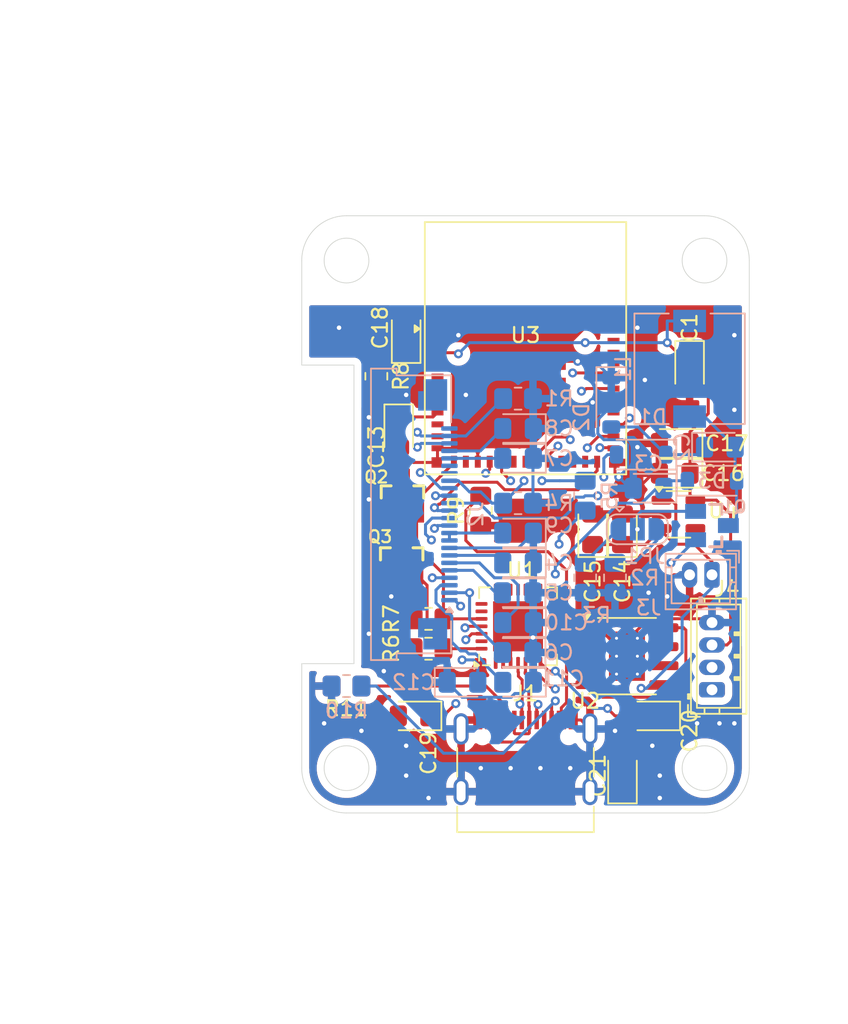
<source format=kicad_pcb>
(kicad_pcb (version 20241229) (generator "pcbnew") (generator_version "9.0")
  (layers (0 "F.Cu" signal) (4 "In1.Cu" signal) (6 "In2.Cu" signal) (8 "In3.Cu" signal) (10 "In4.Cu" signal) (2 "B.Cu" signal) (13 "F.Paste" user) (15 "B.Paste" user) (5 "F.SilkS" user "F.Silkscreen") (7 "B.SilkS" user "B.Silkscreen") (1 "F.Mask" user) (3 "B.Mask" user) (25 "Edge.Cuts" user))
  (net 0 "")
  (net 1 "GND")
  (net 2 "Net-(U1-RXD)")
  (net 3 "Net-(U1-TXD)")
  (net 4 "Net-(J2-Pin_7)")
  (net 6 "Net-(U1-VDD)")
  (net 8 "Net-(U1-VREGIN)")
  (net 10 "+3.3V")
  (net 11 "Net-(D3-A)")
  (net 12 "Net-(D1-K)")
  (net 13 "PREVGH")
  (net 14 "Net-(J2-Pin_21)")
  (net 15 "Net-(J2-Pin_20)")
  (net 16 "PREVGL")
  (net 17 "Net-(J2-Pin_5)")
  (net 18 "Net-(J2-Pin_10)")
  (net 19 "Net-(J2-Pin_6)")
  (net 20 "Net-(J2-Pin_3)")
  (net 21 "Net-(J2-Pin_1)")
  (net 23 "Net-(U3-EN)")
  (net 24 "Net-(J3-Pin_1)")
  (net 25 "VBUS")
  (net 26 "Net-(J1-CC2)")
  (net 27 "Net-(J1-CC1)")
  (net 28 "DC")
  (net 29 "RESET")
  (net 31 "RESE")
  (net 32 "GDR")
  (net 33 "SCK")
  (net 35 "MOSI")
  (net 36 "BUSY")
  (net 37 "CS")
  (net 38 "Net-(J2-Pin_17)")
  (net 39 "SCL")
  (net 40 "SDA")
  (net 41 "Net-(JP1-A)")
  (net 42 "Net-(JP1-B)")
  (net 43 "Net-(U1-~{RTS})")
  (net 44 "Net-(Q2-Pad1)")
  (net 45 "Net-(U1-~{DTR})")
  (net 46 "Net-(Q3-Pad1)")
  (net 47 "Net-(U3-IO0)")
  (net 48 "Net-(U2-PROG)")
  (net 85 "D+")
  (net 86 "D-")
  (footprint "SI2312:SOT23" (layer "F.Cu") (at 156.75 68.75)
    (property "Reference" "Q2")
    (property "Value" "SI2312")
  )
  (footprint "Resistor_SMD:R_0805_2012Metric_Pad1.20x1.40mm_HandSolder" (layer "F.Cu") (at 162 69.75 90)
    (property "Reference" "R9")
    (property "Value" "10k")
  )
  (footprint "Connector_USB:USB_C_Receptacle_G-Switch_GT-USB-7010ASV_model" (layer "F.Cu") (at 165 87.5)
    (property "Reference" "J1")
    (property "Value" "USB_C_Receptacle_USB2.0_14P")
  )
  (footprint "Diode_SMD:D_0805_2012Metric_Pad1.15x1.40mm_HandSolder" (layer "F.Cu") (at 173.5 83.5 180)
    (property "Reference" "C20")
    (property "Value" "1uF")
  )
  (footprint "Diode_SMD:D_0805_2012Metric_Pad1.15x1.40mm_HandSolder" (layer "F.Cu") (at 175 65.25 180)
    (property "Reference" "C17")
    (property "Value" "100nF")
  )
  (footprint "Resistor_SMD:R_0805_2012Metric_Pad1.20x1.40mm_HandSolder" (layer "F.Cu") (at 158.5 77 180)
    (property "Reference" "R7")
    (property "Value" "10k")
  )
  (footprint "Diode_SMD:D_0805_2012Metric_Pad1.15x1.40mm_HandSolder" (layer "F.Cu") (at 157 58 90)
    (property "Reference" "C18")
    (property "Value" "100nF")
  )
  (footprint "SI2312:SOT23" (layer "F.Cu") (at 156.7 72.9)
    (property "Reference" "Q3")
    (property "Value" "SI2312")
  )
  (footprint "Connector_JST:JST_ZH_B4B-ZR_1x04_P1.50mm_Vertical" (layer "F.Cu") (at 177.5 81.75 90)
    (property "Reference" "J4")
    (property "Value" "Conn_01x04_Pin")
  )
  (footprint "Diode_SMD:D_0805_2012Metric_Pad1.15x1.40mm_HandSolder" (layer "F.Cu") (at 171.5 71 90)
    (property "Reference" "C14")
    (property "Value" "100nF")
  )
  (footprint "Package_TO_SOT_SMD:SOT-23-5" (layer "F.Cu") (at 175.25 70)
    (property "Reference" "U4")
    (property "Value" "XC6210B332MR")
  )
  (footprint "Diode_SMD:D_0805_2012Metric_Pad1.15x1.40mm_HandSolder" (layer "F.Cu") (at 156.5 64.5 -90)
    (property "Reference" "C13")
    (property "Value" "100nF")
  )
  (footprint "Package_DFN_QFN:QFN-28-1EP_5x5mm_P0.5mm_EP3.35x3.35mm" (layer "F.Cu") (at 164.5 77.5 90)
    (property "Reference" "U1")
    (property "Value" "CP2102N-Axx-xQFN28")
  )
  (footprint "Diode_SMD:D_0805_2012Metric_Pad1.15x1.40mm_HandSolder" (layer "F.Cu") (at 157.5 83.5 180)
    (property "Reference" "C19")
    (property "Value" "1uF")
  )
  (footprint "Resistor_SMD:R_0805_2012Metric_Pad1.20x1.40mm_HandSolder" (layer "F.Cu") (at 158.5 79 180)
    (property "Reference" "R6")
    (property "Value" "10k")
  )
  (footprint "Diode_SMD:D_0805_2012Metric_Pad1.15x1.40mm_HandSolder" (layer "F.Cu") (at 175 67.25 180)
    (property "Reference" "C16")
    (property "Value" "100nF")
  )
  (footprint "Package_SO:SOIC-8-1EP_3.9x4.9mm_P1.27mm_EP2.41x3.3mm_ThermalVias_model" (layer "F.Cu") (at 171.8 79.5)
    (property "Reference" "U2")
    (property "Value" "TP4056-42-ESOP8")
  )
  (footprint "RF_Module:ESP32-C6-MINI-1" (layer "F.Cu") (at 165 61.575)
    (property "Reference" "U3")
    (property "Value" "ESP32-C6-MINI-1")
  )
  (footprint "Resistor_SMD:R_0805_2012Metric_Pad1.20x1.40mm_HandSolder" (layer "F.Cu") (at 153 81.5)
    (property "Reference" "R11")
    (property "Value" "10k")
  )
  (footprint "Diode_SMD:D_0805_2012Metric_Pad1.15x1.40mm_HandSolder" (layer "F.Cu") (at 169.5 71 90)
    (property "Reference" "C15")
    (property "Value" "100nF")
  )
  (footprint "Diode_SMD:D_0805_2012Metric_Pad1.15x1.40mm_HandSolder" (layer "F.Cu") (at 176 60.25 -90)
    (property "Reference" "C1")
    (property "Value" "4,7uF")
  )
  (footprint "Diode_SMD:D_0805_2012Metric_Pad1.15x1.40mm_HandSolder" (layer "F.Cu") (at 171.5 87.5 90)
    (property "Reference" "C21")
    (property "Value" "1uF")
  )
  (footprint "Resistor_SMD:R_0805_2012Metric_Pad1.20x1.40mm_HandSolder" (layer "F.Cu") (at 155 60.75 -90)
    (property "Reference" "R8")
    (property "Value" "10k")
  )
  (footprint "Diode_SMD:D_SOD-123" (layer "B.Cu") (at 170.75 62.5 -90)
    (property "Reference" "D2")
    (property "Value" "D")
  )
  (footprint "Diode_SMD:D_SOD-123" (layer "B.Cu") (at 172.75 66 180)
    (property "Reference" "D1")
    (property "Value" "D")
  )
  (footprint "Diode_SMD:D_0805_2012Metric_Pad1.15x1.40mm_HandSolder" (layer "B.Cu") (at 164.5 81.25 180)
    (property "Reference" "C11")
    (property "Value" "4,7uF")
  )
  (footprint "Resistor_SMD:R_0805_2012Metric_Pad1.20x1.40mm_HandSolder" (layer "B.Cu") (at 171 74.25 90)
    (property "Reference" "R2")
    (property "Value" "3R")
  )
  (footprint "Diode_SMD:D_0805_2012Metric_Pad1.15x1.40mm_HandSolder" (layer "B.Cu") (at 164.5 66.25 180)
    (property "Reference" "C7")
    (property "Value" "4,7uF")
  )
  (footprint "Diode_SMD:D_0805_2012Metric_Pad1.15x1.40mm_HandSolder" (layer "B.Cu") (at 164.5 64.25 180)
    (property "Reference" "C8")
    (property "Value" "4,7uF")
  )
  (footprint "Connector_JST:JST_ZH_B2B-ZR_1x02_P1.50mm_Vertical" (layer "B.Cu") (at 177.5 74.05 180)
    (property "Reference" "J3")
    (property "Value" "Conn_01x02_Socket")
  )
  (footprint "Diode_SMD:D_0805_2012Metric_Pad1.15x1.40mm_HandSolder" (layer "B.Cu") (at 164.5 77.25 180)
    (property "Reference" "C10")
    (property "Value" "1uF")
  )
  (footprint "Diode_SMD:D_0805_2012Metric_Pad1.15x1.40mm_HandSolder" (layer "B.Cu") (at 173.25 68.25 180)
    (property "Reference" "C3")
    (property "Value" "4,7uF")
  )
  (footprint "Diode_SMD:D_SOD-123" (layer "B.Cu") (at 177.5 67.75)
    (property "Reference" "D3")
    (property "Value" "D")
  )
  (footprint "Resistor_SMD:R_0805_2012Metric_Pad1.20x1.40mm_HandSolder" (layer "B.Cu") (at 169 74.25 90)
    (property "Reference" "R3")
    (property "Value" "0,47R")
  )
  (footprint "Resistor_SMD:R_0805_2012Metric_Pad1.20x1.40mm_HandSolder" (layer "B.Cu") (at 164.5 62.25 180)
    (property "Reference" "R1")
    (property "Value" "10k")
  )
  (footprint "Diode_SMD:D_0805_2012Metric_Pad1.15x1.40mm_HandSolder" (layer "B.Cu") (at 164.5 73.25 180)
    (property "Reference" "C4")
    (property "Value" "1uF")
  )
  (footprint "Resistor_SMD:R_0805_2012Metric_Pad1.20x1.40mm_HandSolder" (layer "B.Cu") (at 164.5 69.25 180)
    (property "Reference" "R4")
    (property "Value" "3R")
  )
  (footprint "SI2312:SOT23" (layer "B.Cu") (at 177.5 70.75 90)
    (property "Reference" "Q1")
    (property "Value" "SI2312")
  )
  (footprint "Diode_SMD:D_0805_2012Metric_Pad1.15x1.40mm_HandSolder" (layer "B.Cu") (at 164.475 75.25 180)
    (property "Reference" "C5")
    (property "Value" "4,7uF")
  )
  (footprint "Jumper:SolderJumper-3_P1.3mm_Open_RoundedPad1.0x1.5mm" (layer "B.Cu") (at 172.5 71)
    (property "Reference" "JP1")
    (property "Value" "SolderJumper_3_Open")
  )
  (footprint "Resistor_SMD:R_0805_2012Metric_Pad1.20x1.40mm_HandSolder" (layer "B.Cu") (at 153 81.5)
    (property "Reference" "R10")
    (property "Value" "10k")
  )
  (footprint "Connector_FFC-FPC:Amphenol_F32R-1A7x1-11024_1x24-1MP_P0.5mm_Horizontal" (layer "B.Cu") (at 157 70 90)
    (property "Reference" "J2")
    (property "Value" "Conn_01x24_Socket")
  )
  (footprint "Diode_SMD:D_0805_2012Metric_Pad1.15x1.40mm_HandSolder" (layer "B.Cu") (at 164.475 79.25 180)
    (property "Reference" "C6")
    (property "Value" "4,7uF")
  )
  (footprint "Resistor_SMD:R_0805_2012Metric_Pad1.20x1.40mm_HandSolder" (layer "B.Cu") (at 169 68.75 90)
    (property "Reference" "R5")
    (property "Value" "10K")
  )
  (footprint "Diode_SMD:D_0805_2012Metric_Pad1.15x1.40mm_HandSolder" (layer "B.Cu") (at 164.5 71.25 180)
    (property "Reference" "C9")
    (property "Value" "1uF")
  )
  (footprint "Diode_SMD:D_0805_2012Metric_Pad1.15x1.40mm_HandSolder" (layer "B.Cu") (at 178.025 65.5)
    (property "Reference" "C2")
    (property "Value" "4,7uF")
  )
  (footprint "Diode_SMD:D_0805_2012Metric_Pad1.15x1.40mm_HandSolder" (layer "B.Cu") (at 160.775 81.25)
    (property "Reference" "C12")
    (property "Value" "1uF")
  )
  (footprint "Inductor_SMD:L_7.3x7.3_H4.5" (layer "B.Cu") (at 176 60.25 -90)
    (property "Reference" "L1")
    (property "Value" "10uH1A")
  )
  (gr_circle (center 153 53) (end 154.5 53) (stroke (width 0.05)) (fill no) (layer "Edge.Cuts"))
  (gr_arc (start 177 50) (mid 179.12132 50.87868) (end 180 53) (stroke (width 0.05)) (layer "Edge.Cuts"))
  (gr_arc (start 153 90) (mid 150.87868 89.12132) (end 150 87) (stroke (width 0.05)) (layer "Edge.Cuts"))
  (gr_arc (start 180 87) (mid 179.12132 89.12132) (end 177 90) (stroke (width 0.05)) (layer "Edge.Cuts"))
  (gr_line (start 153.5 80) (end 150 80) (stroke (width 0.05)) (layer "Edge.Cuts"))
  (gr_circle (center 177 53) (end 178.5 53) (stroke (width 0.05)) (fill no) (layer "Edge.Cuts"))
  (gr_arc (start 150 53) (mid 150.87868 50.87868) (end 153 50) (stroke (width 0.05)) (layer "Edge.Cuts"))
  (gr_line (start 150 80) (end 150 87) (stroke (width 0.05)) (layer "Edge.Cuts"))
  (gr_line (start 180 87) (end 180 53) (stroke (width 0.05)) (layer "Edge.Cuts"))
  (gr_line (start 153.5 60) (end 153.5 80) (stroke (width 0.05)) (layer "Edge.Cuts"))
  (gr_line (start 153 90) (end 177 90) (stroke (width 0.05)) (layer "Edge.Cuts"))
  (gr_circle (center 153 87) (end 154.5 87) (stroke (width 0.05)) (fill no) (layer "Edge.Cuts"))
  (gr_circle (center 177 87) (end 178.5 87) (stroke (width 0.05)) (fill no) (layer "Edge.Cuts"))
  (gr_line (start 150 53) (end 150 60) (stroke (width 0.05)) (layer "Edge.Cuts"))
  (gr_line (start 150 60) (end 153.5 60) (stroke (width 0.05)) (layer "Edge.Cuts"))
  (gr_line (start 177 50) (end 153 50) (stroke (width 0.05)) (layer "Edge.Cuts"))
  (segment (start 169.5 69.975) (end 171.5 69.975) (width 0.2) (layer "F.Cu") (net 1))
  (segment (start 159.05 58.325) (end 159.1 58.375) (width 0.2) (layer "F.Cu") (net 1))
  (segment (start 177.5 77.25) (end 177.244 76.994) (width 0.2) (layer "F.Cu") (net 1))
  (segment (start 169.325 77.595) (end 169.895 77.595) (width 0.2) (layer "F.Cu") (net 1))
  (segment (start 159.1 65.575) (end 159.1 66.475) (width 0.2) (layer "F.Cu") (net 1))
  (segment (start 162.525 58.375) (end 163.75 59.6) (width 0.2) (layer "F.Cu") (net 1))
  (segment (start 171 66.575) (end 170.95 66.525) (width 0.2) (layer "F.Cu") (net 1))
  (segment (start 173.551252 67.25) (end 172.275626 68.525626) (width 0.2) (layer "F.Cu") (net 1))
  (segment (start 159.05 56.625) (end 159.05 58.325) (width 0.2) (layer "F.Cu") (net 1))
  (segment (start 163.025 61.575) (end 166.975 61.575) (width 0.2) (layer "F.Cu") (net 1))
  (segment (start 171 67.25) (end 171 66.575) (width 0.2) (layer "F.Cu") (net 1))
  (segment (start 172.275626 68.525626) (end 171.25 67.5) (width 0.2) (layer "F.Cu") (net 1))
  (segment (start 161.725 65.575) (end 161.8 65.5) (width 0.2) (layer "F.Cu") (net 1))
  (segment (start 164 79.95) (end 164 78) (width 0.2) (layer "F.Cu") (net 1))
  (segment (start 173.75 75.25) (end 173.25 75.25) (width 0.2) (layer "F.Cu") (net 1))
  (segment (start 157.5 66.525) (end 156.5 65.525) (width 0.2) (layer "F.Cu") (net 1))
  (segment (start 174.95 74.05) (end 173.75 75.25) (width 0.2) (layer "F.Cu") (net 1))
  (segment (start 166.975 59.6) (end 166.975 59.5) (width 0.2) (layer "F.Cu") (net 1))
  (segment (start 161.8 64.775) (end 161.8 65.5) (width 0.2) (layer "F.Cu") (net 1))
  (segment (start 173.75 59.025) (end 173.75 57.75) (width 0.2) (layer "F.Cu") (net 1))
  (segment (start 174.525 83.5) (end 174.525 85.5) (width 0.2) (layer "F.Cu") (net 1))
  (segment (start 172.275626 68.525626) (end 171.5 69.301252) (width 0.2) (layer "F.Cu") (net 1))
  (segment (start 158.7 56.975) (end 159.05 56.625) (width 0.2) (layer "F.Cu") (net 1))
  (segment (start 163.025 59.6) (end 163.025 63.55) (width 0.2) (layer "F.Cu") (net 1))
  (segment (start 176 74.05) (end 174.95 74.05) (width 0.2) (layer "F.Cu") (net 1))
  (segment (start 161.28 83.775) (end 160.68 84.375) (width 0.2) (layer "F.Cu") (net 1))
  (segment (start 173.75 57.75) (end 172.625 56.625) (width 0.2) (layer "F.Cu") (net 1))
  (segment (start 171.165 80.135) (end 171.8 79.5) (width 0.2) (layer "F.Cu") (net 1))
  (segment (start 171.5 69.301252) (end 171.5 69.975) (width 0.2) (layer "F.Cu") (net 1))
  (segment (start 173.975 67.25) (end 173.975 65.25) (width 0.2) (layer "F.Cu") (net 1))
  (segment (start 157.25 56.975) (end 158.7 56.975) (width 0.2) (layer "F.Cu") (net 1))
  (segment (start 164.025 69.975) (end 169.5 69.975) (width 0.2) (layer "F.Cu") (net 1))
  (segment (start 171.8 78.45) (end 171.8 79.5) (width 0.2) (layer "F.Cu") (net 1))
  (segment (start 174.525 85.5) (end 171.5 88.525) (width 0.2) (layer "F.Cu") (net 1))
  (segment (start 163.025 63.55) (end 166.975 63.55) (width 0.2) (layer "F.Cu") (net 1))
  (segment (start 173.256 76.994) (end 171.8 78.45) (width 0.2) (layer "F.Cu") (net 1))
  (segment (start 172.625 56.625) (end 170.95 56.625) (width 0.2) (layer "F.Cu") (net 1))
  (segment (start 162 70.75) (end 163.25 70.75) (width 0.2) (layer "F.Cu") (net 1))
  (segment (start 166.975 59.5) (end 169.8 56.675) (width 0.2) (layer "F.Cu") (net 1))
  (segment (start 159.1 66.475) (end 159.05 66.525) (width 0.2) (layer "F.Cu") (net 1))
  (segment (start 163.25 70.75) (end 164.025 69.975) (width 0.2) (layer "F.Cu") (net 1))
  (segment (start 169.895 77.595) (end 171.8 79.5) (width 0.2) (layer "F.Cu") (net 1))
  (segment (start 176 61.275) (end 173.75 59.025) (width 0.2) (layer "F.Cu") (net 1))
  (segment (start 168.72 83.775) (end 169.32 84.375) (width 0.2) (layer "F.Cu") (net 1))
  (segment (start 164 78) (end 164.5 77.5) (width 0.2) (layer "F.Cu") (net 1))
  (segment (start 163.75 59.6) (end 163.025 59.6) (width 0.2) (layer "F.Cu") (net 1))
  (segment (start 159.1 65.575) (end 161.725 65.575) (width 0.2) (layer "F.Cu") (net 1))
  (segment (start 165 59.6) (end 165 63.55) (width 0.2) (layer "F.Cu") (net 1))
  (segment (start 161.8 65.5) (end 161.8 66.475) (width 0.2) (layer "F.Cu") (net 1))
  (segment (start 166.975 59.6) (end 163.75 59.6) (width 0.2) (layer "F.Cu") (net 1))
  (segment (start 167.125 59.75) (end 166.975 59.6) (width 0.2) (layer "F.Cu") (net 1))
  (segment (start 168.5 59.75) (end 167.125 59.75) (width 0.2) (layer "F.Cu") (net 1))
  (segment (start 169.325 80.135) (end 171.165 80.135) (width 0.2) (layer "F.Cu") (net 1))
  (segment (start 166.975 63.55) (end 166.975 59.6) (width 0.2) (layer "F.Cu") (net 1))
  (segment (start 170.95 56.625) (end 159.05 56.625) (width 0.2) (layer "F.Cu") (net 1))
  (segment (start 177.244 76.994) (end 173.256 76.994) (width 0.2) (layer "F.Cu") (net 1))
  (segment (start 173.975 67.25) (end 173.551252 67.25) (width 0.2) (layer "F.Cu") (net 1))
  (segment (start 163.025 63.55) (end 161.8 64.775) (width 0.2) (layer "F.Cu") (net 1))
  (segment (start 171.25 67.5) (end 171 67.25) (width 0.2) (layer "F.Cu") (net 1))
  (segment (start 161.8 83.775) (end 161.28 83.775) (width 0.2) (layer "F.Cu") (net 1))
  (segment (start 159.05 66.525) (end 157.5 66.525) (width 0.2) (layer "F.Cu") (net 1))
  (segment (start 171.5 69.975) (end 174.0875 69.975) (width 0.2) (layer "F.Cu") (net 1))
  (segment (start 168.2 83.775) (end 168.72 83.775) (width 0.2) (layer "F.Cu") (net 1))
  (segment (start 165 56.675) (end 165 59.6) (width 0.2) (layer "F.Cu") (net 1))
  (segment (start 159.1 58.375) (end 162.525 58.375) (width 0.2) (layer "F.Cu") (net 1))
  (segment (start 174.0875 69.975) (end 174.1125 70) (width 0.2) (layer "F.Cu") (net 1))
  (via (at 154.5 69) (size 0.6) (drill 0.3) (layers "F.Cu" "B.Cu") (net 1))
  (via (at 172.5 57.5) (size 0.6) (drill 0.3) (layers "F.Cu" "B.Cu") (net 1))
  (via (at 174 87.5) (size 0.6) (drill 0.3) (layers "F.Cu" "B.Cu") (net 1))
  (via (at 173.25 75.25) (size 0.6) (drill 0.3) (layers "F.Cu" "B.Cu") (net 1))
  (via (at 171.25 67.5) (size 0.6) (drill 0.3) (layers "F.Cu" "B.Cu") (net 1))
  (via (at 154 84.5) (size 0.6) (drill 0.3) (layers "F.Cu" "B.Cu") (net 1))
  (via (at 157 62) (size 0.6) (drill 0.3) (layers "F.Cu" "B.Cu") (net 1))
  (via (at 179 63) (size 0.6) (drill 0.3) (layers "F.Cu" "B.Cu") (net 1))
  (via (at 154.5 78) (size 0.6) (drill 0.3) (layers "F.Cu" "B.Cu") (net 1))
  (via (at 161 62) (size 0.6) (drill 0.3) (layers "F.Cu" "B.Cu") (net 1))
  (via (at 176.5 84) (size 0.6) (drill 0.3) (layers "F.Cu" "B.Cu") (net 1))
  (via (at 162 87) (size 0.6) (drill 0.3) (layers "F.Cu" "B.Cu") (net 1))
  (via (at 164 87) (size 0.6) (drill 0.3) (layers "F.Cu" "B.Cu") (net 1))
  (via (at 172.5 65.5) (size 0.6) (drill 0.3) (layers "F.Cu" "B.Cu") (net 1))
  (via (at 179 58) (size 0.6) (drill 0.3) (layers "F.Cu" "B.Cu") (net 1))
  (via (at 158.5 89) (size 0.6) (drill 0.3) (layers "F.Cu" "B.Cu") (net 1))
  (via (at 166 87) (size 0.6) (drill 0.3) (layers "F.Cu" "B.Cu") (net 1))
  (via (at 157 85.5) (size 0.6) (drill 0.3) (layers "F.Cu" "B.Cu") (net 1))
  (via (at 168.5 59.75) (size 0.6) (drill 0.3) (layers "F.Cu" "B.Cu") (net 1))
  (via (at 155.5 80.5) (size 0.6) (drill 0.3) (layers "F.Cu" "B.Cu") (net 1))
  (via (at 160.5 58) (size 0.6) (drill 0.3) (layers "F.Cu" "B.Cu") (net 1))
  (via (at 165.5 78.25) (size 0.6) (drill 0.3) (layers "F.Cu" "B.Cu") (net 1))
  (via (at 156 75.5) (size 0.6) (drill 0.3) (layers "F.Cu" "B.Cu") (net 1))
  (via (at 168 87) (size 0.6) (drill 0.3) (layers "F.Cu" "B.Cu") (net 1))
  (via (at 151.5 84) (size 0.6) (drill 0.3) (layers "F.Cu" "B.Cu") (net 1))
  (via (at 154.5 63.5) (size 0.6) (drill 0.3) (layers "F.Cu" "B.Cu") (net 1))
  (via (at 179 84) (size 0.6) (drill 0.3) (layers "F.Cu" "B.Cu") (net 1))
  (via (at 169.5 62.5) (size 0.6) (drill 0.3) (layers "F.Cu" "B.Cu") (net 1))
  (via (at 152.5 57.5) (size 0.6) (drill 0.3) (layers "F.Cu" "B.Cu") (net 1))
  (via (at 178 84) (size 0.6) (drill 0.3) (layers "F.Cu" "B.Cu") (net 1))
  (via (at 174.5 75.5) (size 0.6) (drill 0.3) (layers "F.Cu" "B.Cu") (net 1))
  (via (at 174 89) (size 0.6) (drill 0.3) (layers "F.Cu" "B.Cu") (net 1))
  (via (at 171 84.5) (size 0.6) (drill 0.3) (layers "F.Cu" "B.Cu") (net 1))
  (via (at 173 61) (size 0.6) (drill 0.3) (layers "F.Cu" "B.Cu") (net 1))
  (via (at 157 87.5) (size 0.6) (drill 0.3) (layers "F.Cu" "B.Cu") (net 1))
  (via (at 173.5 85.5) (size 0.6) (drill 0.3) (layers "F.Cu" "B.Cu") (net 1))
  (segment (start 170.75 60.85) (end 170.75 62.75) (width 0.2) (layer "B.Cu") (net 1))
  (segment (start 165.5 66.275) (end 165.525 66.25) (width 0.2) (layer "B.Cu") (net 1))
  (segment (start 164.525 72.25) (end 165.525 71.25) (width 0.2) (layer "B.Cu") (net 1))
  (segment (start 165.525 64.25) (end 165.525 62.275) (width 0.2) (layer "B.Cu") (net 1))
  (segment (start 169 75.25) (end 171 75.25) (width 0.2) (layer "B.Cu") (net 1))
  (segment (start 165.5 69.25) (end 165.5 66.275) (width 0.2) (layer "B.Cu") (net 1))
  (segment (start 172 68.25) (end 172.225 68.25) (width 0.2) (layer "B.Cu") (net 1))
  (segment (start 165.525 71.25) (end 165.525 73.25) (width 0.2) (layer "B.Cu") (net 1))
  (segment (start 165.5 79.25) (end 165.5 78.25) (width 0.2) (layer "B.Cu") (net 1))
  (segment (start 165.525 75.225) (end 165.5 75.25) (width 0.2) (layer "B.Cu") (net 1))
  (segment (start 165.525 62.275) (end 165.5 62.25) (width 0.2) (layer "B.Cu") (net 1))
  (segment (start 171.851 66.899) (end 171.25 67.5) (width 0.2) (layer "B.Cu") (net 1))
  (segment (start 165.5 77.225) (end 165.525 77.25) (width 0.2) (layer "B.Cu") (net 1))
  (segment (start 171 75.25) (end 173.25 75.25) (width 0.2) (layer "B.Cu") (net 1))
  (segment (start 171.5 65) (end 171.851 65.351) (width 0.2) (layer "B.Cu") (net 1))
  (segment (start 170.75 60.85) (end 169.65 59.75) (width 0.2) (layer "B.Cu") (net 1))
  (segment (start 159.9 72.25) (end 164.525 72.25) (width 0.2) (layer "B.Cu") (net 1))
  (segment (start 169.849 63.651) (end 169.849 64.59911) (width 0.2) (layer "B.Cu") (net 1))
  (segment (start 165.5 75.25) (end 165.5 77.225) (width 0.2) (layer "B.Cu") (net 1))
  (segment (start 164.775 82) (end 164.28616 82) (width 0.2) (layer "B.Cu") (net 1))
  (segment (start 165.525 66.25) (end 165.525 64.25) (width 0.2) (layer "B.Cu") (net 1))
  (segment (start 165.5 79.25) (end 165.5 81.225) (width 0.2) (layer "B.Cu") (net 1))
  (segment (start 165.5 78.25) (end 165.5 77.275) (width 0.2) (layer "B.Cu") (net 1))
  (segment (start 171.25 67.5) (end 172 68.25) (width 0.2) (layer "B.Cu") (net 1))
  (segment (start 169.65 59.75) (end 168.5 59.75) (width 0.2) (layer "B.Cu") (net 1))
  (segment (start 170.24989 65) (end 171.5 65) (width 0.2) (layer "B.Cu") (net 1))
  (segment (start 160.751 82.251) (end 159.75 81.25) (width 0.2) (layer "B.Cu") (net 1))
  (segment (start 164.03516 82.251) (end 160.751 82.251) (width 0.2) (layer "B.Cu") (net 1))
  (segment (start 165.525 73.25) (end 165.525 75.225) (width 0.2) (layer "B.Cu") (net 1))
  (segment (start 165.5 77.275) (end 165.525 77.25) (width 0.2) (layer "B.Cu") (net 1))
  (segment (start 165.525 81.25) (end 164.775 82) (width 0.2) (layer "B.Cu") (net 1))
  (segment (start 171.851 65.351) (end 171.851 66.899) (width 0.2) (layer "B.Cu") (net 1))
  (segment (start 165.5 81.225) (end 165.525 81.25) (width 0.2) (layer "B.Cu") (net 1))
  (segment (start 164.28616 82) (end 164.03516 82.251) (width 0.2) (layer "B.Cu") (net 1))
  (segment (start 170.75 62.75) (end 169.849 63.651) (width 0.2) (layer "B.Cu") (net 1))
  (segment (start 169.849 64.59911) (end 170.24989 65) (width 0.2) (layer "B.Cu") (net 1))
  (segment (start 161.04229 77.5) (end 162.05 77.5) (width 0.2) (layer "F.Cu") (net 2))
  (segment (start 160.94229 77.6) (end 161.04229 77.5) (width 0.2) (layer "F.Cu") (net 2))
  (segment (start 170.9 60.775) (end 170.653949 60.528949) (width 0.2) (layer "F.Cu") (net 2))
  (segment (start 170.653949 60.528949) (end 168.156515 60.528949) (width 0.2) (layer "F.Cu") (net 2))
  (via (at 160.94229 77.6) (size 0.6) (drill 0.3) (layers "F.Cu" "B.Cu") (net 2))
  (via (at 168.156515 60.528949) (size 0.6) (drill 0.3) (layers "F.Cu" "B.Cu") (net 2))
  (segment (start 161.4 78) (end 161 78.4) (width 0.2) (layer "F.Cu") (net 3))
  (segment (start 168.9 61.75) (end 169.075 61.575) (width 0.2) (layer "F.Cu") (net 3))
  (segment (start 168.75 61.75) (end 168.9 61.75) (width 0.2) (layer "F.Cu") (net 3))
  (segment (start 169.075 61.575) (end 170.9 61.575) (width 0.2) (layer "F.Cu") (net 3))
  (segment (start 162.05 78) (end 161.4 78) (width 0.2) (layer "F.Cu") (net 3))
  (via (at 161 78.4) (size 0.6) (drill 0.3) (layers "F.Cu" "B.Cu") (net 3))
  (via (at 168.75 61.75) (size 0.6) (drill 0.3) (layers "F.Cu" "B.Cu") (net 3))
  (segment (start 162.975 72.75) (end 159.9 72.75) (width 0.2) (layer "B.Cu") (net 4))
  (segment (start 163.475 73.25) (end 162.975 72.75) (width 0.2) (layer "B.Cu") (net 4))
  (segment (start 165.5 80.365798) (end 165.5 79.95) (width 0.2) (layer "F.Cu") (net 6))
  (segment (start 166.834199 81.699997) (end 165.5 80.365798) (width 0.2) (layer "F.Cu") (net 6))
  (segment (start 167 81.699997) (end 166.834199 81.699997) (width 0.2) (layer "F.Cu") (net 6))
  (segment (start 158.525 83.5) (end 159.5 83.5) (width 0.2) (layer "F.Cu") (net 6))
  (segment (start 159.5 83.5) (end 160.325735 82.674265) (width 0.2) (layer "F.Cu") (net 6))
  (via (at 160.325735 82.674265) (size 0.6) (drill 0.3) (layers "F.Cu" "B.Cu") (net 6))
  (via (at 167 81.699997) (size 0.6) (drill 0.3) (layers "F.Cu" "B.Cu") (net 6))
  (segment (start 166.55 80.5) (end 166 79.95) (width 0.2) (layer "F.Cu") (net 8))
  (segment (start 171 83.5) (end 172.475 83.5) (width 0.2) (layer "F.Cu") (net 8))
  (segment (start 172.475 83.5) (end 172.475 85.5) (width 0.2) (layer "F.Cu") (net 8))
  (segment (start 172.475 85.5) (end 171.5 86.475) (width 0.2) (layer "F.Cu") (net 8))
  (segment (start 167 80.5) (end 166.55 80.5) (width 0.2) (layer "F.Cu") (net 8))
  (segment (start 170.5 83) (end 171 83.5) (width 0.2) (layer "F.Cu") (net 8))
  (via (at 167 80.5) (size 0.6) (drill 0.3) (layers "F.Cu" "B.Cu") (net 8))
  (via (at 170.5 83) (size 0.6) (drill 0.3) (layers "F.Cu" "B.Cu") (net 8))
  (segment (start 170.5 83) (end 169.5 83) (width 0.2) (layer "B.Cu") (net 8))
  (segment (start 169.5 83) (end 167 80.5) (width 0.2) (layer "B.Cu") (net 8))
  (segment (start 157.25 59.025) (end 158.95 59.025) (width 0.2) (layer "F.Cu") (net 10))
  (segment (start 178.75 78.5) (end 178.75 70) (width 0.2) (layer "F.Cu") (net 10))
  (segment (start 178.5 78.75) (end 178.75 78.5) (width 0.2) (layer "F.Cu") (net 10))
  (segment (start 176 59.225) (end 175.225 59.225) (width 0.2) (layer "F.Cu") (net 10))
  (segment (start 158.95 59.025) (end 159.1 59.175) (width 0.2) (layer "F.Cu") (net 10))
  (segment (start 177.5 78.75) (end 178.5 78.75) (width 0.2) (layer "F.Cu") (net 10))
  (segment (start 175.225 59.225) (end 174.5 58.5) (width 0.2) (layer "F.Cu") (net 10))
  (segment (start 177.25 60.475) (end 176 59.225) (width 0.2) (layer "F.Cu") (net 10))
  (segment (start 176.025 64.475) (end 177.25 63.25) (width 0.2) (layer "F.Cu") (net 10))
  (segment (start 176.025 65.25) (end 176.025 67.25) (width 0.2) (layer "F.Cu") (net 10))
  (segment (start 176.025 67.25) (end 176.025 68.6875) (width 0.2) (layer "F.Cu") (net 10))
  (segment (start 176.025 68.6875) (end 176.3875 69.05) (width 0.2) (layer "F.Cu") (net 10))
  (segment (start 160.425 59.175) (end 160.5 59.25) (width 0.2) (layer "F.Cu") (net 10))
  (segment (start 159.1 59.175) (end 160.425 59.175) (width 0.2) (layer "F.Cu") (net 10))
  (segment (start 177.8 69.05) (end 176.3875 69.05) (width 0.2) (layer "F.Cu") (net 10))
  (segment (start 156.525 59.75) (end 157.25 59.025) (width 0.2) (layer "F.Cu") (net 10))
  (segment (start 176.025 65.25) (end 176.025 64.475) (width 0.2) (layer "F.Cu") (net 10))
  (segment (start 155.25 59.75) (end 156.525 59.75) (width 0.2) (layer "F.Cu") (net 10))
  (segment (start 178.75 70) (end 177.8 69.05) (width 0.2) (layer "F.Cu") (net 10))
  (segment (start 177.25 63.25) (end 177.25 60.475) (width 0.2) (layer "F.Cu") (net 10))
  (via (at 160.5 59.25) (size 0.6) (drill 0.3) (layers "F.Cu" "B.Cu") (net 10))
  (via (at 167.25 72) (size 0.6) (drill 0.3) (layers "F.Cu" "B.Cu") (net 10))
  (via (at 174.5 58.5) (size 0.6) (drill 0.3) (layers "F.Cu" "B.Cu") (net 10))
  (via (at 169 58.5) (size 0.6) (drill 0.3) (layers "F.Cu" "B.Cu") (net 10))
  (segment (start 167.25 71.5) (end 169 69.75) (width 0.2) (layer "B.Cu") (net 10))
  (segment (start 174.5 58.5) (end 174.5 57.05) (width 0.2) (layer "B.Cu") (net 10))
  (segment (start 174.5 57.05) (end 176 57.05) (width 0.2) (layer "B.Cu") (net 10))
  (segment (start 161.25 58.5) (end 174.5 58.5) (width 0.2) (layer "B.Cu") (net 10))
  (segment (start 160.5 59.25) (end 161.25 58.5) (width 0.2) (layer "B.Cu") (net 10))
  (segment (start 167.25 72) (end 167.25 71.5) (width 0.2) (layer "B.Cu") (net 10))
  (segment (start 179.05 65.5) (end 179.05 67.65) (width 0.2) (layer "B.Cu") (net 11))
  (segment (start 179.15 70.2) (end 178.6 70.75) (width 0.2) (layer "B.Cu") (net 11))
  (segment (start 179.15 67.75) (end 179.15 70.2) (width 0.2) (layer "B.Cu") (net 11))
  (segment (start 177 63.45) (end 179.05 65.5) (width 0.2) (layer "B.Cu") (net 11))
  (segment (start 179.05 67.65) (end 179.15 67.75) (width 0.2) (layer "B.Cu") (net 11))
  (segment (start 176 63.45) (end 177 63.45) (width 0.2) (layer "B.Cu") (net 11))
  (segment (start 170.75 64.15) (end 172.55 64.15) (width 0.2) (layer "B.Cu") (net 12))
  (segment (start 172.55 64.15) (end 174.4 66) (width 0.2) (layer "B.Cu") (net 12))
  (segment (start 176.5 66) (end 177 65.5) (width 0.2) (layer "B.Cu") (net 12))
  (segment (start 174.4 66) (end 176.5 66) (width 0.2) (layer "B.Cu") (net 12))
  (via (at 158.75 74.25) (size 0.6) (drill 0.3) (layers "F.Cu" "B.Cu") (net 13))
  (via (at 167 74) (size 0.6) (drill 0.3) (layers "F.Cu" "B.Cu") (net 13))
  (segment (start 167 73.5) (end 171.25 69.25) (width 0.2) (layer "B.Cu") (net 13))
  (segment (start 173.78616 68.25) (end 174.275 68.25) (width 0.2) (layer "B.Cu") (net 13))
  (segment (start 171.25 69.25) (end 172.78616 69.25) (width 0.2) (layer "B.Cu") (net 13))
  (segment (start 175.85 67.75) (end 174.775 67.75) (width 0.2) (layer "B.Cu") (net 13))
  (segment (start 159.9 74.25) (end 158.75 74.25) (width 0.2) (layer "B.Cu") (net 13))
  (segment (start 167 74) (end 167 73.5) (width 0.2) (layer "B.Cu") (net 13))
  (segment (start 172.78616 69.25) (end 173.78616 68.25) (width 0.2) (layer "B.Cu") (net 13))
  (segment (start 174.775 67.75) (end 174.275 68.25) (width 0.2) (layer "B.Cu") (net 13))
  (segment (start 163.475 64.25) (end 161.975 65.75) (width 0.2) (layer "B.Cu") (net 14))
  (segment (start 161.975 65.75) (end 159.9 65.75) (width 0.2) (layer "B.Cu") (net 14))
  (segment (start 163.475 66.25) (end 159.9 66.25) (width 0.2) (layer "B.Cu") (net 15))
  (via (at 170.25 67.5) (size 0.6) (drill 0.3) (layers "F.Cu" "B.Cu") (net 16))
  (via (at 161.25 75.25) (size 0.6) (drill 0.3) (layers "F.Cu" "B.Cu") (net 16))
  (segment (start 163.45 79.25) (end 161.25 77.05) (width 0.2) (layer "B.Cu") (net 16))
  (segment (start 170.5 66) (end 170.25 66.25) (width 0.2) (layer "B.Cu") (net 16))
  (segment (start 171.1 66) (end 170.5 66) (width 0.2) (layer "B.Cu") (net 16))
  (segment (start 161.25 77.05) (end 161.25 75.25) (width 0.2) (layer "B.Cu") (net 16))
  (segment (start 161.25 75.25) (end 159.9 75.25) (width 0.2) (layer "B.Cu") (net 16))
  (segment (start 170.25 66.25) (end 170.25 67.5) (width 0.2) (layer "B.Cu") (net 16))
  (segment (start 163.45 75.25) (end 163 75.25) (width 0.2) (layer "B.Cu") (net 17))
  (segment (start 161.5 73.75) (end 159.9 73.75) (width 0.2) (layer "B.Cu") (net 17))
  (segment (start 163 75.25) (end 161.5 73.75) (width 0.2) (layer "B.Cu") (net 17))
  (segment (start 159.9 71.75) (end 159.9 71.25) (width 0.2) (layer "B.Cu") (net 18))
  (segment (start 159.9 71.25) (end 163.475 71.25) (width 0.2) (layer "B.Cu") (net 18))
  (segment (start 161.91384 73.25) (end 162.91384 74.25) (width 0.2) (layer "B.Cu") (net 19))
  (segment (start 164.5 76.225) (end 163.475 77.25) (width 0.2) (layer "B.Cu") (net 19))
  (segment (start 164.5 74.73884) (end 164.5 76.225) (width 0.2) (layer "B.Cu") (net 19))
  (segment (start 164.01116 74.25) (end 164.5 74.73884) (width 0.2) (layer "B.Cu") (net 19))
  (segment (start 159.9 73.25) (end 161.91384 73.25) (width 0.2) (layer "B.Cu") (net 19))
  (segment (start 162.91384 74.25) (end 164.01116 74.25) (width 0.2) (layer "B.Cu") (net 19))
  (segment (start 159 75.933824) (end 159 75.066176) (width 0.2) (layer "B.Cu") (net 20))
  (segment (start 163.475 81.25) (end 162.25 80.025) (width 0.2) (layer "B.Cu") (net 20))
  (segment (start 159.316176 74.75) (end 159.9 74.75) (width 0.2) (layer "B.Cu") (net 20))
  (segment (start 160.056 76.823248) (end 159.876752 76.644) (width 0.2) (layer "B.Cu") (net 20))
  (segment (start 160.649 79.149) (end 160.056 78.556) (width 0.2) (layer "B.Cu") (net 20))
  (segment (start 162.25 80.025) (end 162.201 80.025) (width 0.2) (layer "B.Cu") (net 20))
  (segment (start 159 75.066176) (end 159.316176 74.75) (width 0.2) (layer "B.Cu") (net 20))
  (segment (start 160.998943 79.149) (end 160.649 79.149) (width 0.2) (layer "B.Cu") (net 20))
  (segment (start 161.6661 79.349) (end 161.198943 79.349) (width 0.2) (layer "B.Cu") (net 20))
  (segment (start 161.198943 79.349) (end 160.998943 79.149) (width 0.2) (layer "B.Cu") (net 20))
  (segment (start 160.056 78.556) (end 160.056 76.823248) (width 0.2) (layer "B.Cu") (net 20))
  (segment (start 159.710176 76.644) (end 159 75.933824) (width 0.2) (layer "B.Cu") (net 20))
  (segment (start 159.876752 76.644) (end 159.710176 76.644) (width 0.2) (layer "B.Cu") (net 20))
  (segment (start 162.201 79.8839) (end 161.6661 79.349) (width 0.2) (layer "B.Cu") (net 20))
  (segment (start 162.201 80.025) (end 162.201 79.8839) (width 0.2) (layer "B.Cu") (net 20))
  (via (at 160.75 79.75) (size 0.6) (drill 0.3) (layers "F.Cu" "B.Cu") (net 21))
  (via (at 160.65 76.15) (size 0.6) (drill 0.3) (layers "F.Cu" "B.Cu") (net 21))
  (segment (start 161.5 79.75) (end 161.8 80.05) (width 0.2) (layer "B.Cu") (net 21))
  (segment (start 160.75 79.75) (end 161.5 79.75) (width 0.2) (layer "B.Cu") (net 21))
  (segment (start 161.8 80.05) (end 161.8 81.25) (width 0.2) (layer "B.Cu") (net 21))
  (segment (start 160.25 75.75) (end 160.65 76.15) (width 0.2) (layer "B.Cu") (net 21))
  (segment (start 159.9 75.75) (end 160.25 75.75) (width 0.2) (layer "B.Cu") (net 21))
  (segment (start 156.75 67.65) (end 155.499 66.399) (width 0.2) (layer "F.Cu") (net 23))
  (segment (start 158.8 63.475) (end 159.1 63.175) (width 0.2) (layer "F.Cu") (net 23))
  (segment (start 156.5 63) (end 156.5 63.475) (width 0.2) (layer "F.Cu") (net 23))
  (segment (start 155.499 64.476) (end 156.5 63.475) (width 0.2) (layer "F.Cu") (net 23))
  (segment (start 156.5 63.475) (end 158.8 63.475) (width 0.2) (layer "F.Cu") (net 23))
  (segment (start 155.25 61.75) (end 156.5 63) (width 0.2) (layer "F.Cu") (net 23))
  (segment (start 155.499 66.399) (end 155.499 64.476) (width 0.2) (layer "F.Cu") (net 23))
  (segment (start 174.1125 70.95) (end 174.8 70.95) (width 0.2) (layer "F.Cu") (net 24))
  (segment (start 173.0375 72.025) (end 174.1125 70.95) (width 0.2) (layer "F.Cu") (net 24))
  (segment (start 174.03 81.65) (end 172.75 81.65) (width 0.2) (layer "F.Cu") (net 24))
  (segment (start 175.076 70.674) (end 175.076 69.351001) (width 0.2) (layer "F.Cu") (net 24))
  (segment (start 175 72) (end 176.315 72) (width 0.2) (layer "F.Cu") (net 24))
  (segment (start 171.5 72.025) (end 173.0375 72.025) (width 0.2) (layer "F.Cu") (net 24))
  (segment (start 177.5 73.185) (end 177.5 74.05) (width 0.2) (layer "F.Cu") (net 24))
  (segment (start 175.076 69.351001) (end 174.774999 69.05) (width 0.2) (layer "F.Cu") (net 24))
  (segment (start 174.774999 69.05) (end 174.1125 69.05) (width 0.2) (layer "F.Cu") (net 24))
  (segment (start 174.275 81.405) (end 174.03 81.65) (width 0.2) (layer "F.Cu") (net 24))
  (segment (start 174.8 70.95) (end 175.076 70.674) (width 0.2) (layer "F.Cu") (net 24))
  (segment (start 176.315 72) (end 177.5 73.185) (width 0.2) (layer "F.Cu") (net 24))
  (segment (start 174.1125 71.1125) (end 175 72) (width 0.2) (layer "F.Cu") (net 24))
  (segment (start 174.1125 70.95) (end 174.1125 71.1125) (width 0.2) (layer "F.Cu") (net 24))
  (segment (start 169.5 72.025) (end 171.5 72.025) (width 0.2) (layer "F.Cu") (net 24))
  (via (at 172.75 81.65) (size 0.6) (drill 0.3) (layers "F.Cu" "B.Cu") (net 24))
  (segment (start 175.5 79.25) (end 175.5 76.915) (width 0.2) (layer "B.Cu") (net 24))
  (segment (start 172.75 81.65) (end 173.1 81.65) (width 0.2) (layer "B.Cu") (net 24))
  (segment (start 177.5 74.915) (end 177.5 74.05) (width 0.2) (layer "B.Cu") (net 24))
  (segment (start 173.1 81.65) (end 175.5 79.25) (width 0.2) (layer "B.Cu") (net 24))
  (segment (start 175.5 76.915) (end 177.5 74.915) (width 0.2) (layer "B.Cu") (net 24))
  (segment (start 167.201 84.696) (end 167.201 83.974) (width 0.2) (layer "F.Cu") (net 25))
  (segment (start 170.17 82.25) (end 169.325 81.405) (width 0.2) (layer "F.Cu") (net 25))
  (segment (start 162.6 83.775) (end 162.786 83.961) (width 0.2) (layer "F.Cu") (net 25))
  (segment (start 162.786 84.683) (end 163.353 85.25) (width 0.2) (layer "F.Cu") (net 25))
  (segment (start 167.4 82.955) (end 167.4 83.775) (width 0.2) (layer "F.Cu") (net 25))
  (segment (start 175.5 82.25) (end 170.17 82.25) (width 0.2) (layer "F.Cu") (net 25))
  (segment (start 174.275 77.595) (end 175.595 77.595) (width 0.2) (layer "F.Cu") (net 25))
  (segment (start 162.786 83.961) (end 162.786 84.683) (width 0.2) (layer "F.Cu") (net 25))
  (segment (start 166.647 85.25) (end 167.201 84.696) (width 0.2) (layer "F.Cu") (net 25))
  (segment (start 175.75 77.75) (end 175.75 82) (width 0.2) (layer "F.Cu") (net 25))
  (segment (start 175.595 77.595) (end 175.75 77.75) (width 0.2) (layer "F.Cu") (net 25))
  (segment (start 167.845 81.405) (end 167.75 81.5) (width 0.2) (layer "F.Cu") (net 25))
  (segment (start 175.75 82) (end 175.5 82.25) (width 0.2) (layer "F.Cu") (net 25))
  (segment (start 167.75 81.5) (end 167.75 82.605) (width 0.2) (layer "F.Cu") (net 25))
  (segment (start 167.75 82.605) (end 167.4 82.955) (width 0.2) (layer "F.Cu") (net 25))
  (segment (start 169.325 81.405) (end 167.845 81.405) (width 0.2) (layer "F.Cu") (net 25))
  (segment (start 167.201 83.974) (end 167.4 83.775) (width 0.2) (layer "F.Cu") (net 25))
  (segment (start 163.353 85.25) (end 166.647 85.25) (width 0.2) (layer "F.Cu") (net 25))
  (segment (start 166.95 79) (end 167.75 79.8) (width 0.2) (layer "F.Cu") (net 25))
  (segment (start 167.75 79.8) (end 167.75 81.5) (width 0.2) (layer "F.Cu") (net 25))
  (segment (start 167 82.5) (end 166.75 82.75) (width 0.2) (layer "F.Cu") (net 26))
  (segment (start 166.75 82.75) (end 166.75 83.775) (width 0.2) (layer "F.Cu") (net 26))
  (via (at 167 82.5) (size 0.6) (drill 0.3) (layers "F.Cu" "B.Cu") (net 26))
  (segment (start 163.5 86) (end 167 82.5) (width 0.2) (layer "B.Cu") (net 26))
  (segment (start 154 81.5) (end 155 81.5) (width 0.2) (layer "B.Cu") (net 26))
  (segment (start 155 81.5) (end 159.5 86) (width 0.2) (layer "B.Cu") (net 26))
  (segment (start 159.5 86) (end 163.5 86) (width 0.2) (layer "B.Cu") (net 26))
  (segment (start 163.75 82.903) (end 163.75 83.775) (width 0.2) (layer "F.Cu") (net 27))
  (segment (start 154 81.5) (end 162.347 81.5) (width 0.2) (layer "F.Cu") (net 27))
  (segment (start 162.347 81.5) (end 163.75 82.903) (width 0.2) (layer "F.Cu") (net 27))
  (segment (start 170.861704 65.536704) (end 170.9 65.575) (width 0.2) (layer "F.Cu") (net 28))
  (segment (start 169.981656 65.536704) (end 170.861704 65.536704) (width 0.2) (layer "F.Cu") (net 28))
  (via (at 169.839975 68.758555) (size 0.6) (drill 0.3) (layers "F.Cu" "B.Cu") (net 28))
  (via (at 169.981656 65.536704) (size 0.6) (drill 0.3) (layers "F.Cu" "B.Cu") (net 28))
  (segment (start 167.999 69.16484) (end 168.31484 68.849) (width 0.2) (layer "B.Cu") (net 28))
  (segment (start 159.9 69.25) (end 161.91384 69.25) (width 0.2) (layer "B.Cu") (net 28))
  (segment (start 168.901 68.849) (end 168.991445 68.758555) (width 0.2) (layer "B.Cu") (net 28))
  (segment (start 167.5 70.25) (end 167.999 69.751) (width 0.2) (layer "B.Cu") (net 28))
  (segment (start 168.991445 68.758555) (end 169.839975 68.758555) (width 0.2) (layer "B.Cu") (net 28))
  (segment (start 167.999 69.751) (end 167.999 69.16484) (width 0.2) (layer "B.Cu") (net 28))
  (segment (start 161.91384 69.25) (end 162.91384 70.25) (width 0.2) (layer "B.Cu") (net 28))
  (segment (start 162.91384 70.25) (end 167.5 70.25) (width 0.2) (layer "B.Cu") (net 28))
  (segment (start 168.31484 68.849) (end 168.901 68.849) (width 0.2) (layer "B.Cu") (net 28))
  (segment (start 166.6 66.475) (end 166.6 65.99853) (width 0.2) (layer "F.Cu") (net 29))
  (segment (start 166.6 65.99853) (end 167.174265 65.424265) (width 0.2) (layer "F.Cu") (net 29))
  (via (at 158.967075 68.756455) (size 0.6) (drill 0.3) (layers "F.Cu" "B.Cu") (net 29))
  (via (at 167.174265 65.424265) (size 0.6) (drill 0.3) (layers "F.Cu" "B.Cu") (net 29))
  (segment (start 159.035243 68.75) (end 159.9 68.75) (width 0.2) (layer "B.Cu") (net 29))
  (segment (start 159.028788 68.756455) (end 159.035243 68.75) (width 0.2) (layer "B.Cu") (net 29))
  (segment (start 158.967075 68.756455) (end 159.028788 68.756455) (width 0.2) (layer "B.Cu") (net 29))
  (via (at 157.75 65.5) (size 0.6) (drill 0.3) (layers "F.Cu" "B.Cu") (net 31))
  (via (at 172.5 71) (size 0.6) (drill 0.3) (layers "F.Cu" "B.Cu") (net 31))
  (segment (start 172.75 69.8) (end 172.5 70.05) (width 0.2) (layer "B.Cu") (net 31))
  (segment (start 176.4 69.8) (end 172.75 69.8) (width 0.2) (layer "B.Cu") (net 31))
  (segment (start 159.9 65.25) (end 158 65.25) (width 0.2) (layer "B.Cu") (net 31))
  (segment (start 172.5 70.05) (end 172.5 71) (width 0.2) (layer "B.Cu") (net 31))
  (segment (start 158 65.25) (end 157.75 65.5) (width 0.2) (layer "B.Cu") (net 31))
  (via (at 157.75 64.5) (size 0.6) (drill 0.3) (layers "F.Cu" "B.Cu") (net 32))
  (via (at 174.75 73.25) (size 0.6) (drill 0.3) (layers "F.Cu" "B.Cu") (net 32))
  (segment (start 161 64.75) (end 159.9 64.75) (width 0.2) (layer "B.Cu") (net 32))
  (segment (start 158 64.75) (end 159.9 64.75) (width 0.2) (layer "B.Cu") (net 32))
  (segment (start 163.5 62.25) (end 161 64.75) (width 0.2) (layer "B.Cu") (net 32))
  (segment (start 176.4 71.7) (end 174.85 73.25) (width 0.2) (layer "B.Cu") (net 32))
  (segment (start 174.85 73.25) (end 174.75 73.25) (width 0.2) (layer "B.Cu") (net 32))
  (segment (start 157.75 64.5) (end 158 64.75) (width 0.2) (layer "B.Cu") (net 32))
  (segment (start 171.971141 63.55) (end 171.546141 63.975) (width 0.2) (layer "F.Cu") (net 33))
  (segment (start 171.546141 63.975) (end 170.9 63.975) (width 0.2) (layer "F.Cu") (net 33))
  (via (at 158.692649 71.717018) (size 0.6) (drill 0.3) (layers "F.Cu" "B.Cu") (net 33))
  (via (at 171.971141 63.55) (size 0.6) (drill 0.3) (layers "F.Cu" "B.Cu") (net 33))
  (segment (start 158.296047 70.694625) (end 158.296047 71.320416) (width 0.2) (layer "B.Cu") (net 33))
  (segment (start 158.296047 71.320416) (end 158.692649 71.717018) (width 0.2) (layer "B.Cu") (net 33))
  (segment (start 158.740672 70.25) (end 158.296047 70.694625) (width 0.2) (layer "B.Cu") (net 33))
  (segment (start 159.9 70.25) (end 158.740672 70.25) (width 0.2) (layer "B.Cu") (net 33))
  (segment (start 169.893417 64.775) (end 169.141596 65.526821) (width 0.2) (layer "F.Cu") (net 35))
  (segment (start 170.9 64.775) (end 169.893417 64.775) (width 0.2) (layer "F.Cu") (net 35))
  (segment (start 169.141596 65.526821) (end 169.141596 65.549138) (width 0.2) (layer "F.Cu") (net 35))
  (via (at 169.141596 65.549138) (size 0.6) (drill 0.3) (layers "F.Cu" "B.Cu") (net 35))
  (via (at 158.897047 70.943568) (size 0.6) (drill 0.3) (layers "F.Cu" "B.Cu") (net 35))
  (segment (start 159.9 70.75) (end 159.090615 70.75) (width 0.2) (layer "B.Cu") (net 35))
  (segment (start 159.090615 70.75) (end 158.897047 70.943568) (width 0.2) (layer "B.Cu") (net 35))
  (segment (start 167.823265 64.823265) (end 166.925322 64.823265) (width 0.2) (layer "F.Cu") (net 36))
  (segment (start 166.925322 64.823265) (end 165.8 65.948587) (width 0.2) (layer "F.Cu") (net 36))
  (segment (start 167.996131 64.996131) (end 167.823265 64.823265) (width 0.2) (layer "F.Cu") (net 36))
  (segment (start 165.8 65.948587) (end 165.8 66.475) (width 0.2) (layer "F.Cu") (net 36))
  (via (at 167.996131 64.996131) (size 0.6) (drill 0.3) (layers "F.Cu" "B.Cu") (net 36))
  (via (at 157.950735 67.200735) (size 0.6) (drill 0.3) (layers "F.Cu" "B.Cu") (net 36))
  (segment (start 159.9 68.25) (end 159.310563 68.25) (width 0.2) (layer "B.Cu") (net 36))
  (segment (start 159.310563 68.25) (end 158.261298 67.200735) (width 0.2) (layer "B.Cu") (net 36))
  (segment (start 158.261298 67.200735) (end 157.950735 67.200735) (width 0.2) (layer "B.Cu") (net 36))
  (segment (start 169.8 67.075) (end 169.8 66.475) (width 0.2) (layer "F.Cu") (net 37))
  (segment (start 160.651 67.849) (end 163.099 67.849) (width 0.2) (layer "F.Cu") (net 37))
  (segment (start 159.605386 68.894614) (end 160.651 67.849) (width 0.2) (layer "F.Cu") (net 37))
  (segment (start 168.524 68.351) (end 169.8 67.075) (width 0.2) (layer "F.Cu") (net 37))
  (segment (start 158.94674 69.55326) (end 159.179857 69.320143) (width 0.2) (layer "F.Cu") (net 37))
  (segment (start 159.605386 68.968086) (end 159.605386 68.894614) (width 0.2) (layer "F.Cu") (net 37))
  (segment (start 163.601 68.351) (end 168.524 68.351) (width 0.2) (layer "F.Cu") (net 37))
  (segment (start 163.099 67.849) (end 163.601 68.351) (width 0.2) (layer "F.Cu") (net 37))
  (segment (start 159.179857 69.320143) (end 159.253329 69.320143) (width 0.2) (layer "F.Cu") (net 37))
  (segment (start 158.895657 69.55326) (end 158.94674 69.55326) (width 0.2) (layer "F.Cu") (net 37))
  (segment (start 159.253329 69.320143) (end 159.605386 68.968086) (width 0.2) (layer "F.Cu") (net 37))
  (via (at 158.895657 69.55326) (size 0.6) (drill 0.3) (layers "F.Cu" "B.Cu") (net 37))
  (segment (start 159.092397 69.75) (end 159.9 69.75) (width 0.2) (layer "B.Cu") (net 37))
  (segment (start 158.895657 69.55326) (end 159.092397 69.75) (width 0.2) (layer "B.Cu") (net 37))
  (via (at 164.9 67.75) (size 0.6) (drill 0.3) (layers "F.Cu" "B.Cu") (net 38))
  (via (at 166.1 67.75) (size 0.6) (drill 0.3) (layers "F.Cu" "B.Cu") (net 38))
  (segment (start 160.5 67.75) (end 159.9 67.75) (width 0.2) (layer "B.Cu") (net 38))
  (segment (start 164.9 67.75) (end 164.9 67.85) (width 0.2) (layer "B.Cu") (net 38))
  (segment (start 161.25 68.5) (end 160.5 67.75) (width 0.2) (layer "B.Cu") (net 38))
  (segment (start 168.046782 67.75) (end 167.302907 67.75) (width 0.2) (layer "B.Cu") (net 38))
  (segment (start 163.5 69.25) (end 162.75 69.25) (width 0.2) (layer "B.Cu") (net 38))
  (segment (start 162.75 69.25) (end 162 68.5) (width 0.2) (layer "B.Cu") (net 38))
  (segment (start 164.9 67.85) (end 163.5 69.25) (width 0.2) (layer "B.Cu") (net 38))
  (segment (start 169 67.75) (end 168.046782 67.75) (width 0.2) (layer "B.Cu") (net 38))
  (segment (start 162 68.5) (end 161.25 68.5) (width 0.2) (layer "B.Cu") (net 38))
  (segment (start 167.302907 67.75) (end 166.1 67.75) (width 0.2) (layer "B.Cu") (net 38))
  (segment (start 163.4 66.475) (end 163.4 67.15) (width 0.2) (layer "F.Cu") (net 39))
  (segment (start 163.4 67.15) (end 164 67.75) (width 0.2) (layer "F.Cu") (net 39))
  (via (at 164 67.75) (size 0.6) (drill 0.3) (layers "F.Cu" "B.Cu") (net 39))
  (segment (start 162.6 66.980848) (end 162.331848 67.249) (width 0.2) (layer "F.Cu") (net 40))
  (segment (start 162.6 66.475) (end 162.6 66.980848) (width 0.2) (layer "F.Cu") (net 40))
  (via (at 162.331848 67.249) (size 0.6) (drill 0.3) (layers "F.Cu" "B.Cu") (net 40))
  (segment (start 169 73.25) (end 169 73.2) (width 0.2) (layer "B.Cu") (net 41))
  (segment (start 169 73.2) (end 171.2 71) (width 0.2) (layer "B.Cu") (net 41))
  (segment (start 173.8 71) (end 173.8 71.755) (width 0.2) (layer "B.Cu") (net 42))
  (segment (start 173.8 71.755) (end 172.305 73.25) (width 0.2) (layer "B.Cu") (net 42))
  (segment (start 172.305 73.25) (end 171 73.25) (width 0.2) (layer "B.Cu") (net 42))
  (segment (start 157.7 69.85) (end 157.7 72.2) (width 0.2) (layer "F.Cu") (net 43))
  (segment (start 159.5 74) (end 159.5 77) (width 0.2) (layer "F.Cu") (net 43))
  (segment (start 159.5 77) (end 162.05 77) (width 0.2) (layer "F.Cu") (net 43))
  (segment (start 157.7 72.2) (end 159.5 74) (width 0.2) (layer "F.Cu") (net 43))
  (segment (start 157.5 79) (end 154.75 76.25) (width 0.2) (layer "F.Cu") (net 44))
  (segment (start 154.75 70.9) (end 155.8 69.85) (width 0.2) (layer "F.Cu") (net 44))
  (segment (start 154.75 76.25) (end 154.75 70.9) (width 0.2) (layer "F.Cu") (net 44))
  (segment (start 158.401 74.751) (end 158.401 77.901) (width 0.2) (layer "F.Cu") (net 45))
  (segment (start 157.65 74) (end 158.401 74.751) (width 0.2) (layer "F.Cu") (net 45))
  (segment (start 159.5 79) (end 162.05 79) (width 0.2) (layer "F.Cu") (net 45))
  (segment (start 158.401 77.901) (end 159.5 79) (width 0.2) (layer "F.Cu") (net 45))
  (segment (start 157.5 77) (end 157.5 75.75) (width 0.2) (layer "F.Cu") (net 46))
  (segment (start 157.5 75.75) (end 155.75 74) (width 0.2) (layer "F.Cu") (net 46))
  (segment (start 156.899 68.849) (end 157.901 68.849) (width 0.2) (layer "F.Cu") (net 47))
  (segment (start 157.901 68.849) (end 160.2 66.55) (width 0.2) (layer "F.Cu") (net 47))
  (segment (start 160.2 66.55) (end 160.2 66.475) (width 0.2) (layer "F.Cu") (net 47))
  (segment (start 156.7 71.8) (end 156.7 69.048) (width 0.2) (layer "F.Cu") (net 47))
  (segment (start 156.7 69.048) (end 156.899 68.849) (width 0.2) (layer "F.Cu") (net 47))
  (segment (start 166.5 72.5) (end 161.75 72.5) (width 0.2) (layer "F.Cu") (net 48))
  (segment (start 167.75 73.75) (end 166.5 72.5) (width 0.2) (layer "F.Cu") (net 48))
  (segment (start 169.325 78.865) (end 168.350001 78.865) (width 0.2) (layer "F.Cu") (net 48))
  (segment (start 168.350001 78.865) (end 167.75 78.264999) (width 0.2) (layer "F.Cu") (net 48))
  (segment (start 161 71.75) (end 161 69.75) (width 0.2) (layer "F.Cu") (net 48))
  (segment (start 161 69.75) (end 162 68.75) (width 0.2) (layer "F.Cu") (net 48))
  (segment (start 167.75 78.264999) (end 167.75 73.75) (width 0.2) (layer "F.Cu") (net 48))
  (segment (start 161.75 72.5) (end 161 71.75) (width 0.2) (layer "F.Cu") (net 48))
  (segment (start 164.75 82.844999) (end 164.775 82.819999) (width 0.2) (layer "F.Cu") (net 85))
  (segment (start 164.525 80.575001) (end 164.525 80.843198) (width 0.2) (layer "F.Cu") (net 85))
  (segment (start 164.775 81.093198) (end 164.525 80.843198) (width 0.2) (layer "F.Cu") (net 85))
  (segment (start 164.775 82.819999) (end 164.775 81.093198) (width 0.2) (layer "F.Cu") (net 85))
  (segment (start 164.75 83.775) (end 164.75 82.844999) (width 0.2) (layer "F.Cu") (net 85))
  (segment (start 164.5 79.95) (end 164.5 80.550001) (width 0.2) (layer "F.Cu") (net 85))
  (segment (start 164.5 80.550001) (end 164.525 80.575001) (width 0.2) (layer "F.Cu") (net 85))
  (segment (start 165.75 82.817385) (end 165.838632 82.728753) (width 0.2) (layer "F.Cu") (net 85))
  (segment (start 165.75 83.775) (end 165.75 82.817385) (width 0.2) (layer "F.Cu") (net 85))
  (via (at 164.625 82.708486) (size 0.6) (drill 0.3) (layers "F.Cu" "B.Cu") (net 85))
  (via (at 165.838632 82.728753) (size 0.6) (drill 0.3) (layers "F.Cu" "B.Cu") (net 85))
  (segment (start 165.25 83.775) (end 165.25 82.844999) (width 0.2) (layer "F.Cu") (net 86))
  (segment (start 165.25 84.647) (end 165.25 83.775) (width 0.2) (layer "F.Cu") (net 86))
  (segment (start 165.201 84.696) (end 165.25 84.647) (width 0.2) (layer "F.Cu") (net 86))
  (segment (start 165.225 80.906802) (end 164.975 80.656802) (width 0.2) (layer "F.Cu") (net 86))
  (segment (start 164.299 84.696) (end 165.201 84.696) (width 0.2) (layer "F.Cu") (net 86))
  (segment (start 165 79.95) (end 165 80.550001) (width 0.2) (layer "F.Cu") (net 86))
  (segment (start 164.975 80.575001) (end 164.975 80.656802) (width 0.2) (layer "F.Cu") (net 86))
  (segment (start 165 80.550001) (end 164.975 80.575001) (width 0.2) (layer "F.Cu") (net 86))
  (segment (start 165.225 82.819999) (end 165.225 80.906802) (width 0.2) (layer "F.Cu") (net 86))
  (segment (start 164.25 83.775) (end 164.25 84.647) (width 0.2) (layer "F.Cu") (net 86))
  (segment (start 164.25 84.647) (end 164.299 84.696) (width 0.2) (layer "F.Cu") (net 86))
  (segment (start 165.25 82.844999) (end 165.225 82.819999) (width 0.2) (layer "F.Cu") (net 86))
  (zone (net 1) (net_name "GND") (layers "F.Cu" "B.Cu") (connect_pads (clearance 0.5)) (min_thickness 0.25) (fill yes (thermal_gap 0.5) (thermal_bridge_width 0.5))
    (polygon (pts (xy 180 56) (xy 150 56) (xy 150 60) (xy 154 60) (xy 154 80) (xy 150 80) (xy 150 90) (xy 180 90)))
  )
)
</source>
